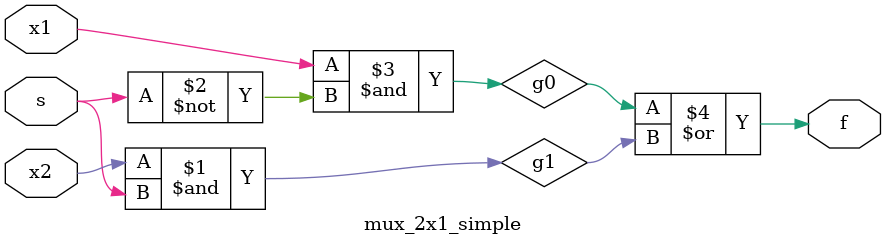
<source format=v>
`timescale 1ns / 1ps


module mux_2x1_simple(
    input x1, x2, s,
    output f
    );

    and A1 (g1, x2, s);
    and A0 (g0, x1, ~s);
    or O0 (f, g0, g1);
    
endmodule

</source>
